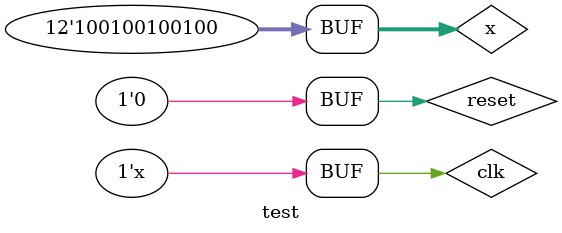
<source format=v>
`timescale 1ns / 1ps


module test();
reg clk;
reg reset;
reg [11:0]x;
wire [27:0]op;
wire [27:0]path;

encoder uut(
    .clk(clk),
    .reset(reset),
    .x(x),
    .path(path),
    .op(op)
);

initial begin
    clk = 0;
    reset = 0;
    x = 0;
    #10
    reset = 1;
    #10
    reset = 0;
    #155
    x = 12'b111010000000;
    #150
    x = 12'b001110010101;
    #150
    x = 12'b101001001010;
    #150
    x = 12'b011010101101;
    #150
    x = 12'b101111111011;
    #150
    x = 12'b100100100100;
end
always #5 clk=~clk;
endmodule
</source>
